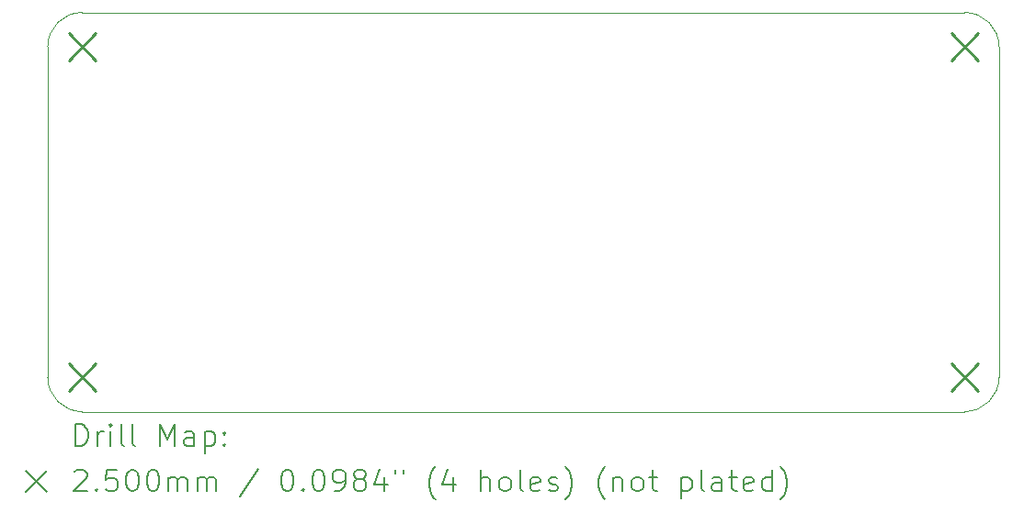
<source format=gbr>
%TF.GenerationSoftware,KiCad,Pcbnew,7.0.7*%
%TF.CreationDate,2023-09-28T15:42:40-05:00*%
%TF.ProjectId,iowa-rover-kiosk-lamps,696f7761-2d72-46f7-9665-722d6b696f73,rev?*%
%TF.SameCoordinates,Original*%
%TF.FileFunction,Drillmap*%
%TF.FilePolarity,Positive*%
%FSLAX45Y45*%
G04 Gerber Fmt 4.5, Leading zero omitted, Abs format (unit mm)*
G04 Created by KiCad (PCBNEW 7.0.7) date 2023-09-28 15:42:40*
%MOMM*%
%LPD*%
G01*
G04 APERTURE LIST*
%ADD10C,0.100000*%
%ADD11C,0.200000*%
%ADD12C,0.250000*%
G04 APERTURE END LIST*
D10*
X15875000Y-6667500D02*
G75*
G03*
X16192500Y-6350000I0J317500D01*
G01*
X16192500Y-3302000D02*
G75*
G03*
X15875000Y-2984500I-317500J0D01*
G01*
X15875000Y-2984500D02*
X7747000Y-2984500D01*
X7429500Y-6350000D02*
G75*
G03*
X7747000Y-6667500I317500J0D01*
G01*
X16192500Y-6350000D02*
X16192500Y-3302000D01*
X7747000Y-6667500D02*
X15875000Y-6667500D01*
X7747000Y-2984500D02*
G75*
G03*
X7429500Y-3302000I0J-317500D01*
G01*
X7429500Y-3302000D02*
X7429500Y-6350000D01*
D11*
D12*
X7622000Y-3177000D02*
X7872000Y-3427000D01*
X7872000Y-3177000D02*
X7622000Y-3427000D01*
X7622000Y-6225000D02*
X7872000Y-6475000D01*
X7872000Y-6225000D02*
X7622000Y-6475000D01*
X15750000Y-3177000D02*
X16000000Y-3427000D01*
X16000000Y-3177000D02*
X15750000Y-3427000D01*
X15750000Y-6225000D02*
X16000000Y-6475000D01*
X16000000Y-6225000D02*
X15750000Y-6475000D01*
D11*
X7685277Y-6983984D02*
X7685277Y-6783984D01*
X7685277Y-6783984D02*
X7732896Y-6783984D01*
X7732896Y-6783984D02*
X7761467Y-6793508D01*
X7761467Y-6793508D02*
X7780515Y-6812555D01*
X7780515Y-6812555D02*
X7790039Y-6831603D01*
X7790039Y-6831603D02*
X7799562Y-6869698D01*
X7799562Y-6869698D02*
X7799562Y-6898269D01*
X7799562Y-6898269D02*
X7790039Y-6936365D01*
X7790039Y-6936365D02*
X7780515Y-6955412D01*
X7780515Y-6955412D02*
X7761467Y-6974460D01*
X7761467Y-6974460D02*
X7732896Y-6983984D01*
X7732896Y-6983984D02*
X7685277Y-6983984D01*
X7885277Y-6983984D02*
X7885277Y-6850650D01*
X7885277Y-6888746D02*
X7894801Y-6869698D01*
X7894801Y-6869698D02*
X7904324Y-6860174D01*
X7904324Y-6860174D02*
X7923372Y-6850650D01*
X7923372Y-6850650D02*
X7942420Y-6850650D01*
X8009086Y-6983984D02*
X8009086Y-6850650D01*
X8009086Y-6783984D02*
X7999562Y-6793508D01*
X7999562Y-6793508D02*
X8009086Y-6803031D01*
X8009086Y-6803031D02*
X8018610Y-6793508D01*
X8018610Y-6793508D02*
X8009086Y-6783984D01*
X8009086Y-6783984D02*
X8009086Y-6803031D01*
X8132896Y-6983984D02*
X8113848Y-6974460D01*
X8113848Y-6974460D02*
X8104324Y-6955412D01*
X8104324Y-6955412D02*
X8104324Y-6783984D01*
X8237658Y-6983984D02*
X8218610Y-6974460D01*
X8218610Y-6974460D02*
X8209086Y-6955412D01*
X8209086Y-6955412D02*
X8209086Y-6783984D01*
X8466229Y-6983984D02*
X8466229Y-6783984D01*
X8466229Y-6783984D02*
X8532896Y-6926841D01*
X8532896Y-6926841D02*
X8599563Y-6783984D01*
X8599563Y-6783984D02*
X8599563Y-6983984D01*
X8780515Y-6983984D02*
X8780515Y-6879222D01*
X8780515Y-6879222D02*
X8770991Y-6860174D01*
X8770991Y-6860174D02*
X8751944Y-6850650D01*
X8751944Y-6850650D02*
X8713848Y-6850650D01*
X8713848Y-6850650D02*
X8694801Y-6860174D01*
X8780515Y-6974460D02*
X8761467Y-6983984D01*
X8761467Y-6983984D02*
X8713848Y-6983984D01*
X8713848Y-6983984D02*
X8694801Y-6974460D01*
X8694801Y-6974460D02*
X8685277Y-6955412D01*
X8685277Y-6955412D02*
X8685277Y-6936365D01*
X8685277Y-6936365D02*
X8694801Y-6917317D01*
X8694801Y-6917317D02*
X8713848Y-6907793D01*
X8713848Y-6907793D02*
X8761467Y-6907793D01*
X8761467Y-6907793D02*
X8780515Y-6898269D01*
X8875753Y-6850650D02*
X8875753Y-7050650D01*
X8875753Y-6860174D02*
X8894801Y-6850650D01*
X8894801Y-6850650D02*
X8932896Y-6850650D01*
X8932896Y-6850650D02*
X8951944Y-6860174D01*
X8951944Y-6860174D02*
X8961467Y-6869698D01*
X8961467Y-6869698D02*
X8970991Y-6888746D01*
X8970991Y-6888746D02*
X8970991Y-6945888D01*
X8970991Y-6945888D02*
X8961467Y-6964936D01*
X8961467Y-6964936D02*
X8951944Y-6974460D01*
X8951944Y-6974460D02*
X8932896Y-6983984D01*
X8932896Y-6983984D02*
X8894801Y-6983984D01*
X8894801Y-6983984D02*
X8875753Y-6974460D01*
X9056705Y-6964936D02*
X9066229Y-6974460D01*
X9066229Y-6974460D02*
X9056705Y-6983984D01*
X9056705Y-6983984D02*
X9047182Y-6974460D01*
X9047182Y-6974460D02*
X9056705Y-6964936D01*
X9056705Y-6964936D02*
X9056705Y-6983984D01*
X9056705Y-6860174D02*
X9066229Y-6869698D01*
X9066229Y-6869698D02*
X9056705Y-6879222D01*
X9056705Y-6879222D02*
X9047182Y-6869698D01*
X9047182Y-6869698D02*
X9056705Y-6860174D01*
X9056705Y-6860174D02*
X9056705Y-6879222D01*
X7224500Y-7212500D02*
X7424500Y-7412500D01*
X7424500Y-7212500D02*
X7224500Y-7412500D01*
X7675753Y-7223031D02*
X7685277Y-7213508D01*
X7685277Y-7213508D02*
X7704324Y-7203984D01*
X7704324Y-7203984D02*
X7751943Y-7203984D01*
X7751943Y-7203984D02*
X7770991Y-7213508D01*
X7770991Y-7213508D02*
X7780515Y-7223031D01*
X7780515Y-7223031D02*
X7790039Y-7242079D01*
X7790039Y-7242079D02*
X7790039Y-7261127D01*
X7790039Y-7261127D02*
X7780515Y-7289698D01*
X7780515Y-7289698D02*
X7666229Y-7403984D01*
X7666229Y-7403984D02*
X7790039Y-7403984D01*
X7875753Y-7384936D02*
X7885277Y-7394460D01*
X7885277Y-7394460D02*
X7875753Y-7403984D01*
X7875753Y-7403984D02*
X7866229Y-7394460D01*
X7866229Y-7394460D02*
X7875753Y-7384936D01*
X7875753Y-7384936D02*
X7875753Y-7403984D01*
X8066229Y-7203984D02*
X7970991Y-7203984D01*
X7970991Y-7203984D02*
X7961467Y-7299222D01*
X7961467Y-7299222D02*
X7970991Y-7289698D01*
X7970991Y-7289698D02*
X7990039Y-7280174D01*
X7990039Y-7280174D02*
X8037658Y-7280174D01*
X8037658Y-7280174D02*
X8056705Y-7289698D01*
X8056705Y-7289698D02*
X8066229Y-7299222D01*
X8066229Y-7299222D02*
X8075753Y-7318269D01*
X8075753Y-7318269D02*
X8075753Y-7365888D01*
X8075753Y-7365888D02*
X8066229Y-7384936D01*
X8066229Y-7384936D02*
X8056705Y-7394460D01*
X8056705Y-7394460D02*
X8037658Y-7403984D01*
X8037658Y-7403984D02*
X7990039Y-7403984D01*
X7990039Y-7403984D02*
X7970991Y-7394460D01*
X7970991Y-7394460D02*
X7961467Y-7384936D01*
X8199562Y-7203984D02*
X8218610Y-7203984D01*
X8218610Y-7203984D02*
X8237658Y-7213508D01*
X8237658Y-7213508D02*
X8247182Y-7223031D01*
X8247182Y-7223031D02*
X8256705Y-7242079D01*
X8256705Y-7242079D02*
X8266229Y-7280174D01*
X8266229Y-7280174D02*
X8266229Y-7327793D01*
X8266229Y-7327793D02*
X8256705Y-7365888D01*
X8256705Y-7365888D02*
X8247182Y-7384936D01*
X8247182Y-7384936D02*
X8237658Y-7394460D01*
X8237658Y-7394460D02*
X8218610Y-7403984D01*
X8218610Y-7403984D02*
X8199562Y-7403984D01*
X8199562Y-7403984D02*
X8180515Y-7394460D01*
X8180515Y-7394460D02*
X8170991Y-7384936D01*
X8170991Y-7384936D02*
X8161467Y-7365888D01*
X8161467Y-7365888D02*
X8151943Y-7327793D01*
X8151943Y-7327793D02*
X8151943Y-7280174D01*
X8151943Y-7280174D02*
X8161467Y-7242079D01*
X8161467Y-7242079D02*
X8170991Y-7223031D01*
X8170991Y-7223031D02*
X8180515Y-7213508D01*
X8180515Y-7213508D02*
X8199562Y-7203984D01*
X8390039Y-7203984D02*
X8409086Y-7203984D01*
X8409086Y-7203984D02*
X8428134Y-7213508D01*
X8428134Y-7213508D02*
X8437658Y-7223031D01*
X8437658Y-7223031D02*
X8447182Y-7242079D01*
X8447182Y-7242079D02*
X8456705Y-7280174D01*
X8456705Y-7280174D02*
X8456705Y-7327793D01*
X8456705Y-7327793D02*
X8447182Y-7365888D01*
X8447182Y-7365888D02*
X8437658Y-7384936D01*
X8437658Y-7384936D02*
X8428134Y-7394460D01*
X8428134Y-7394460D02*
X8409086Y-7403984D01*
X8409086Y-7403984D02*
X8390039Y-7403984D01*
X8390039Y-7403984D02*
X8370991Y-7394460D01*
X8370991Y-7394460D02*
X8361467Y-7384936D01*
X8361467Y-7384936D02*
X8351943Y-7365888D01*
X8351943Y-7365888D02*
X8342420Y-7327793D01*
X8342420Y-7327793D02*
X8342420Y-7280174D01*
X8342420Y-7280174D02*
X8351943Y-7242079D01*
X8351943Y-7242079D02*
X8361467Y-7223031D01*
X8361467Y-7223031D02*
X8370991Y-7213508D01*
X8370991Y-7213508D02*
X8390039Y-7203984D01*
X8542420Y-7403984D02*
X8542420Y-7270650D01*
X8542420Y-7289698D02*
X8551944Y-7280174D01*
X8551944Y-7280174D02*
X8570991Y-7270650D01*
X8570991Y-7270650D02*
X8599563Y-7270650D01*
X8599563Y-7270650D02*
X8618610Y-7280174D01*
X8618610Y-7280174D02*
X8628134Y-7299222D01*
X8628134Y-7299222D02*
X8628134Y-7403984D01*
X8628134Y-7299222D02*
X8637658Y-7280174D01*
X8637658Y-7280174D02*
X8656705Y-7270650D01*
X8656705Y-7270650D02*
X8685277Y-7270650D01*
X8685277Y-7270650D02*
X8704325Y-7280174D01*
X8704325Y-7280174D02*
X8713848Y-7299222D01*
X8713848Y-7299222D02*
X8713848Y-7403984D01*
X8809086Y-7403984D02*
X8809086Y-7270650D01*
X8809086Y-7289698D02*
X8818610Y-7280174D01*
X8818610Y-7280174D02*
X8837658Y-7270650D01*
X8837658Y-7270650D02*
X8866229Y-7270650D01*
X8866229Y-7270650D02*
X8885277Y-7280174D01*
X8885277Y-7280174D02*
X8894801Y-7299222D01*
X8894801Y-7299222D02*
X8894801Y-7403984D01*
X8894801Y-7299222D02*
X8904325Y-7280174D01*
X8904325Y-7280174D02*
X8923372Y-7270650D01*
X8923372Y-7270650D02*
X8951944Y-7270650D01*
X8951944Y-7270650D02*
X8970991Y-7280174D01*
X8970991Y-7280174D02*
X8980515Y-7299222D01*
X8980515Y-7299222D02*
X8980515Y-7403984D01*
X9370991Y-7194460D02*
X9199563Y-7451603D01*
X9628134Y-7203984D02*
X9647182Y-7203984D01*
X9647182Y-7203984D02*
X9666229Y-7213508D01*
X9666229Y-7213508D02*
X9675753Y-7223031D01*
X9675753Y-7223031D02*
X9685277Y-7242079D01*
X9685277Y-7242079D02*
X9694801Y-7280174D01*
X9694801Y-7280174D02*
X9694801Y-7327793D01*
X9694801Y-7327793D02*
X9685277Y-7365888D01*
X9685277Y-7365888D02*
X9675753Y-7384936D01*
X9675753Y-7384936D02*
X9666229Y-7394460D01*
X9666229Y-7394460D02*
X9647182Y-7403984D01*
X9647182Y-7403984D02*
X9628134Y-7403984D01*
X9628134Y-7403984D02*
X9609087Y-7394460D01*
X9609087Y-7394460D02*
X9599563Y-7384936D01*
X9599563Y-7384936D02*
X9590039Y-7365888D01*
X9590039Y-7365888D02*
X9580515Y-7327793D01*
X9580515Y-7327793D02*
X9580515Y-7280174D01*
X9580515Y-7280174D02*
X9590039Y-7242079D01*
X9590039Y-7242079D02*
X9599563Y-7223031D01*
X9599563Y-7223031D02*
X9609087Y-7213508D01*
X9609087Y-7213508D02*
X9628134Y-7203984D01*
X9780515Y-7384936D02*
X9790039Y-7394460D01*
X9790039Y-7394460D02*
X9780515Y-7403984D01*
X9780515Y-7403984D02*
X9770991Y-7394460D01*
X9770991Y-7394460D02*
X9780515Y-7384936D01*
X9780515Y-7384936D02*
X9780515Y-7403984D01*
X9913848Y-7203984D02*
X9932896Y-7203984D01*
X9932896Y-7203984D02*
X9951944Y-7213508D01*
X9951944Y-7213508D02*
X9961468Y-7223031D01*
X9961468Y-7223031D02*
X9970991Y-7242079D01*
X9970991Y-7242079D02*
X9980515Y-7280174D01*
X9980515Y-7280174D02*
X9980515Y-7327793D01*
X9980515Y-7327793D02*
X9970991Y-7365888D01*
X9970991Y-7365888D02*
X9961468Y-7384936D01*
X9961468Y-7384936D02*
X9951944Y-7394460D01*
X9951944Y-7394460D02*
X9932896Y-7403984D01*
X9932896Y-7403984D02*
X9913848Y-7403984D01*
X9913848Y-7403984D02*
X9894801Y-7394460D01*
X9894801Y-7394460D02*
X9885277Y-7384936D01*
X9885277Y-7384936D02*
X9875753Y-7365888D01*
X9875753Y-7365888D02*
X9866229Y-7327793D01*
X9866229Y-7327793D02*
X9866229Y-7280174D01*
X9866229Y-7280174D02*
X9875753Y-7242079D01*
X9875753Y-7242079D02*
X9885277Y-7223031D01*
X9885277Y-7223031D02*
X9894801Y-7213508D01*
X9894801Y-7213508D02*
X9913848Y-7203984D01*
X10075753Y-7403984D02*
X10113848Y-7403984D01*
X10113848Y-7403984D02*
X10132896Y-7394460D01*
X10132896Y-7394460D02*
X10142420Y-7384936D01*
X10142420Y-7384936D02*
X10161468Y-7356365D01*
X10161468Y-7356365D02*
X10170991Y-7318269D01*
X10170991Y-7318269D02*
X10170991Y-7242079D01*
X10170991Y-7242079D02*
X10161468Y-7223031D01*
X10161468Y-7223031D02*
X10151944Y-7213508D01*
X10151944Y-7213508D02*
X10132896Y-7203984D01*
X10132896Y-7203984D02*
X10094801Y-7203984D01*
X10094801Y-7203984D02*
X10075753Y-7213508D01*
X10075753Y-7213508D02*
X10066229Y-7223031D01*
X10066229Y-7223031D02*
X10056706Y-7242079D01*
X10056706Y-7242079D02*
X10056706Y-7289698D01*
X10056706Y-7289698D02*
X10066229Y-7308746D01*
X10066229Y-7308746D02*
X10075753Y-7318269D01*
X10075753Y-7318269D02*
X10094801Y-7327793D01*
X10094801Y-7327793D02*
X10132896Y-7327793D01*
X10132896Y-7327793D02*
X10151944Y-7318269D01*
X10151944Y-7318269D02*
X10161468Y-7308746D01*
X10161468Y-7308746D02*
X10170991Y-7289698D01*
X10285277Y-7289698D02*
X10266229Y-7280174D01*
X10266229Y-7280174D02*
X10256706Y-7270650D01*
X10256706Y-7270650D02*
X10247182Y-7251603D01*
X10247182Y-7251603D02*
X10247182Y-7242079D01*
X10247182Y-7242079D02*
X10256706Y-7223031D01*
X10256706Y-7223031D02*
X10266229Y-7213508D01*
X10266229Y-7213508D02*
X10285277Y-7203984D01*
X10285277Y-7203984D02*
X10323372Y-7203984D01*
X10323372Y-7203984D02*
X10342420Y-7213508D01*
X10342420Y-7213508D02*
X10351944Y-7223031D01*
X10351944Y-7223031D02*
X10361468Y-7242079D01*
X10361468Y-7242079D02*
X10361468Y-7251603D01*
X10361468Y-7251603D02*
X10351944Y-7270650D01*
X10351944Y-7270650D02*
X10342420Y-7280174D01*
X10342420Y-7280174D02*
X10323372Y-7289698D01*
X10323372Y-7289698D02*
X10285277Y-7289698D01*
X10285277Y-7289698D02*
X10266229Y-7299222D01*
X10266229Y-7299222D02*
X10256706Y-7308746D01*
X10256706Y-7308746D02*
X10247182Y-7327793D01*
X10247182Y-7327793D02*
X10247182Y-7365888D01*
X10247182Y-7365888D02*
X10256706Y-7384936D01*
X10256706Y-7384936D02*
X10266229Y-7394460D01*
X10266229Y-7394460D02*
X10285277Y-7403984D01*
X10285277Y-7403984D02*
X10323372Y-7403984D01*
X10323372Y-7403984D02*
X10342420Y-7394460D01*
X10342420Y-7394460D02*
X10351944Y-7384936D01*
X10351944Y-7384936D02*
X10361468Y-7365888D01*
X10361468Y-7365888D02*
X10361468Y-7327793D01*
X10361468Y-7327793D02*
X10351944Y-7308746D01*
X10351944Y-7308746D02*
X10342420Y-7299222D01*
X10342420Y-7299222D02*
X10323372Y-7289698D01*
X10532896Y-7270650D02*
X10532896Y-7403984D01*
X10485277Y-7194460D02*
X10437658Y-7337317D01*
X10437658Y-7337317D02*
X10561468Y-7337317D01*
X10628134Y-7203984D02*
X10628134Y-7242079D01*
X10704325Y-7203984D02*
X10704325Y-7242079D01*
X10999563Y-7480174D02*
X10990039Y-7470650D01*
X10990039Y-7470650D02*
X10970991Y-7442079D01*
X10970991Y-7442079D02*
X10961468Y-7423031D01*
X10961468Y-7423031D02*
X10951944Y-7394460D01*
X10951944Y-7394460D02*
X10942420Y-7346841D01*
X10942420Y-7346841D02*
X10942420Y-7308746D01*
X10942420Y-7308746D02*
X10951944Y-7261127D01*
X10951944Y-7261127D02*
X10961468Y-7232555D01*
X10961468Y-7232555D02*
X10970991Y-7213508D01*
X10970991Y-7213508D02*
X10990039Y-7184936D01*
X10990039Y-7184936D02*
X10999563Y-7175412D01*
X11161468Y-7270650D02*
X11161468Y-7403984D01*
X11113849Y-7194460D02*
X11066230Y-7337317D01*
X11066230Y-7337317D02*
X11190039Y-7337317D01*
X11418610Y-7403984D02*
X11418610Y-7203984D01*
X11504325Y-7403984D02*
X11504325Y-7299222D01*
X11504325Y-7299222D02*
X11494801Y-7280174D01*
X11494801Y-7280174D02*
X11475753Y-7270650D01*
X11475753Y-7270650D02*
X11447182Y-7270650D01*
X11447182Y-7270650D02*
X11428134Y-7280174D01*
X11428134Y-7280174D02*
X11418610Y-7289698D01*
X11628134Y-7403984D02*
X11609087Y-7394460D01*
X11609087Y-7394460D02*
X11599563Y-7384936D01*
X11599563Y-7384936D02*
X11590039Y-7365888D01*
X11590039Y-7365888D02*
X11590039Y-7308746D01*
X11590039Y-7308746D02*
X11599563Y-7289698D01*
X11599563Y-7289698D02*
X11609087Y-7280174D01*
X11609087Y-7280174D02*
X11628134Y-7270650D01*
X11628134Y-7270650D02*
X11656706Y-7270650D01*
X11656706Y-7270650D02*
X11675753Y-7280174D01*
X11675753Y-7280174D02*
X11685277Y-7289698D01*
X11685277Y-7289698D02*
X11694801Y-7308746D01*
X11694801Y-7308746D02*
X11694801Y-7365888D01*
X11694801Y-7365888D02*
X11685277Y-7384936D01*
X11685277Y-7384936D02*
X11675753Y-7394460D01*
X11675753Y-7394460D02*
X11656706Y-7403984D01*
X11656706Y-7403984D02*
X11628134Y-7403984D01*
X11809087Y-7403984D02*
X11790039Y-7394460D01*
X11790039Y-7394460D02*
X11780515Y-7375412D01*
X11780515Y-7375412D02*
X11780515Y-7203984D01*
X11961468Y-7394460D02*
X11942420Y-7403984D01*
X11942420Y-7403984D02*
X11904325Y-7403984D01*
X11904325Y-7403984D02*
X11885277Y-7394460D01*
X11885277Y-7394460D02*
X11875753Y-7375412D01*
X11875753Y-7375412D02*
X11875753Y-7299222D01*
X11875753Y-7299222D02*
X11885277Y-7280174D01*
X11885277Y-7280174D02*
X11904325Y-7270650D01*
X11904325Y-7270650D02*
X11942420Y-7270650D01*
X11942420Y-7270650D02*
X11961468Y-7280174D01*
X11961468Y-7280174D02*
X11970991Y-7299222D01*
X11970991Y-7299222D02*
X11970991Y-7318269D01*
X11970991Y-7318269D02*
X11875753Y-7337317D01*
X12047182Y-7394460D02*
X12066230Y-7403984D01*
X12066230Y-7403984D02*
X12104325Y-7403984D01*
X12104325Y-7403984D02*
X12123372Y-7394460D01*
X12123372Y-7394460D02*
X12132896Y-7375412D01*
X12132896Y-7375412D02*
X12132896Y-7365888D01*
X12132896Y-7365888D02*
X12123372Y-7346841D01*
X12123372Y-7346841D02*
X12104325Y-7337317D01*
X12104325Y-7337317D02*
X12075753Y-7337317D01*
X12075753Y-7337317D02*
X12056706Y-7327793D01*
X12056706Y-7327793D02*
X12047182Y-7308746D01*
X12047182Y-7308746D02*
X12047182Y-7299222D01*
X12047182Y-7299222D02*
X12056706Y-7280174D01*
X12056706Y-7280174D02*
X12075753Y-7270650D01*
X12075753Y-7270650D02*
X12104325Y-7270650D01*
X12104325Y-7270650D02*
X12123372Y-7280174D01*
X12199563Y-7480174D02*
X12209087Y-7470650D01*
X12209087Y-7470650D02*
X12228134Y-7442079D01*
X12228134Y-7442079D02*
X12237658Y-7423031D01*
X12237658Y-7423031D02*
X12247182Y-7394460D01*
X12247182Y-7394460D02*
X12256706Y-7346841D01*
X12256706Y-7346841D02*
X12256706Y-7308746D01*
X12256706Y-7308746D02*
X12247182Y-7261127D01*
X12247182Y-7261127D02*
X12237658Y-7232555D01*
X12237658Y-7232555D02*
X12228134Y-7213508D01*
X12228134Y-7213508D02*
X12209087Y-7184936D01*
X12209087Y-7184936D02*
X12199563Y-7175412D01*
X12561468Y-7480174D02*
X12551944Y-7470650D01*
X12551944Y-7470650D02*
X12532896Y-7442079D01*
X12532896Y-7442079D02*
X12523372Y-7423031D01*
X12523372Y-7423031D02*
X12513849Y-7394460D01*
X12513849Y-7394460D02*
X12504325Y-7346841D01*
X12504325Y-7346841D02*
X12504325Y-7308746D01*
X12504325Y-7308746D02*
X12513849Y-7261127D01*
X12513849Y-7261127D02*
X12523372Y-7232555D01*
X12523372Y-7232555D02*
X12532896Y-7213508D01*
X12532896Y-7213508D02*
X12551944Y-7184936D01*
X12551944Y-7184936D02*
X12561468Y-7175412D01*
X12637658Y-7270650D02*
X12637658Y-7403984D01*
X12637658Y-7289698D02*
X12647182Y-7280174D01*
X12647182Y-7280174D02*
X12666230Y-7270650D01*
X12666230Y-7270650D02*
X12694801Y-7270650D01*
X12694801Y-7270650D02*
X12713849Y-7280174D01*
X12713849Y-7280174D02*
X12723372Y-7299222D01*
X12723372Y-7299222D02*
X12723372Y-7403984D01*
X12847182Y-7403984D02*
X12828134Y-7394460D01*
X12828134Y-7394460D02*
X12818611Y-7384936D01*
X12818611Y-7384936D02*
X12809087Y-7365888D01*
X12809087Y-7365888D02*
X12809087Y-7308746D01*
X12809087Y-7308746D02*
X12818611Y-7289698D01*
X12818611Y-7289698D02*
X12828134Y-7280174D01*
X12828134Y-7280174D02*
X12847182Y-7270650D01*
X12847182Y-7270650D02*
X12875753Y-7270650D01*
X12875753Y-7270650D02*
X12894801Y-7280174D01*
X12894801Y-7280174D02*
X12904325Y-7289698D01*
X12904325Y-7289698D02*
X12913849Y-7308746D01*
X12913849Y-7308746D02*
X12913849Y-7365888D01*
X12913849Y-7365888D02*
X12904325Y-7384936D01*
X12904325Y-7384936D02*
X12894801Y-7394460D01*
X12894801Y-7394460D02*
X12875753Y-7403984D01*
X12875753Y-7403984D02*
X12847182Y-7403984D01*
X12970992Y-7270650D02*
X13047182Y-7270650D01*
X12999563Y-7203984D02*
X12999563Y-7375412D01*
X12999563Y-7375412D02*
X13009087Y-7394460D01*
X13009087Y-7394460D02*
X13028134Y-7403984D01*
X13028134Y-7403984D02*
X13047182Y-7403984D01*
X13266230Y-7270650D02*
X13266230Y-7470650D01*
X13266230Y-7280174D02*
X13285277Y-7270650D01*
X13285277Y-7270650D02*
X13323373Y-7270650D01*
X13323373Y-7270650D02*
X13342420Y-7280174D01*
X13342420Y-7280174D02*
X13351944Y-7289698D01*
X13351944Y-7289698D02*
X13361468Y-7308746D01*
X13361468Y-7308746D02*
X13361468Y-7365888D01*
X13361468Y-7365888D02*
X13351944Y-7384936D01*
X13351944Y-7384936D02*
X13342420Y-7394460D01*
X13342420Y-7394460D02*
X13323373Y-7403984D01*
X13323373Y-7403984D02*
X13285277Y-7403984D01*
X13285277Y-7403984D02*
X13266230Y-7394460D01*
X13475753Y-7403984D02*
X13456706Y-7394460D01*
X13456706Y-7394460D02*
X13447182Y-7375412D01*
X13447182Y-7375412D02*
X13447182Y-7203984D01*
X13637658Y-7403984D02*
X13637658Y-7299222D01*
X13637658Y-7299222D02*
X13628134Y-7280174D01*
X13628134Y-7280174D02*
X13609087Y-7270650D01*
X13609087Y-7270650D02*
X13570992Y-7270650D01*
X13570992Y-7270650D02*
X13551944Y-7280174D01*
X13637658Y-7394460D02*
X13618611Y-7403984D01*
X13618611Y-7403984D02*
X13570992Y-7403984D01*
X13570992Y-7403984D02*
X13551944Y-7394460D01*
X13551944Y-7394460D02*
X13542420Y-7375412D01*
X13542420Y-7375412D02*
X13542420Y-7356365D01*
X13542420Y-7356365D02*
X13551944Y-7337317D01*
X13551944Y-7337317D02*
X13570992Y-7327793D01*
X13570992Y-7327793D02*
X13618611Y-7327793D01*
X13618611Y-7327793D02*
X13637658Y-7318269D01*
X13704325Y-7270650D02*
X13780515Y-7270650D01*
X13732896Y-7203984D02*
X13732896Y-7375412D01*
X13732896Y-7375412D02*
X13742420Y-7394460D01*
X13742420Y-7394460D02*
X13761468Y-7403984D01*
X13761468Y-7403984D02*
X13780515Y-7403984D01*
X13923373Y-7394460D02*
X13904325Y-7403984D01*
X13904325Y-7403984D02*
X13866230Y-7403984D01*
X13866230Y-7403984D02*
X13847182Y-7394460D01*
X13847182Y-7394460D02*
X13837658Y-7375412D01*
X13837658Y-7375412D02*
X13837658Y-7299222D01*
X13837658Y-7299222D02*
X13847182Y-7280174D01*
X13847182Y-7280174D02*
X13866230Y-7270650D01*
X13866230Y-7270650D02*
X13904325Y-7270650D01*
X13904325Y-7270650D02*
X13923373Y-7280174D01*
X13923373Y-7280174D02*
X13932896Y-7299222D01*
X13932896Y-7299222D02*
X13932896Y-7318269D01*
X13932896Y-7318269D02*
X13837658Y-7337317D01*
X14104325Y-7403984D02*
X14104325Y-7203984D01*
X14104325Y-7394460D02*
X14085277Y-7403984D01*
X14085277Y-7403984D02*
X14047182Y-7403984D01*
X14047182Y-7403984D02*
X14028134Y-7394460D01*
X14028134Y-7394460D02*
X14018611Y-7384936D01*
X14018611Y-7384936D02*
X14009087Y-7365888D01*
X14009087Y-7365888D02*
X14009087Y-7308746D01*
X14009087Y-7308746D02*
X14018611Y-7289698D01*
X14018611Y-7289698D02*
X14028134Y-7280174D01*
X14028134Y-7280174D02*
X14047182Y-7270650D01*
X14047182Y-7270650D02*
X14085277Y-7270650D01*
X14085277Y-7270650D02*
X14104325Y-7280174D01*
X14180515Y-7480174D02*
X14190039Y-7470650D01*
X14190039Y-7470650D02*
X14209087Y-7442079D01*
X14209087Y-7442079D02*
X14218611Y-7423031D01*
X14218611Y-7423031D02*
X14228134Y-7394460D01*
X14228134Y-7394460D02*
X14237658Y-7346841D01*
X14237658Y-7346841D02*
X14237658Y-7308746D01*
X14237658Y-7308746D02*
X14228134Y-7261127D01*
X14228134Y-7261127D02*
X14218611Y-7232555D01*
X14218611Y-7232555D02*
X14209087Y-7213508D01*
X14209087Y-7213508D02*
X14190039Y-7184936D01*
X14190039Y-7184936D02*
X14180515Y-7175412D01*
M02*

</source>
